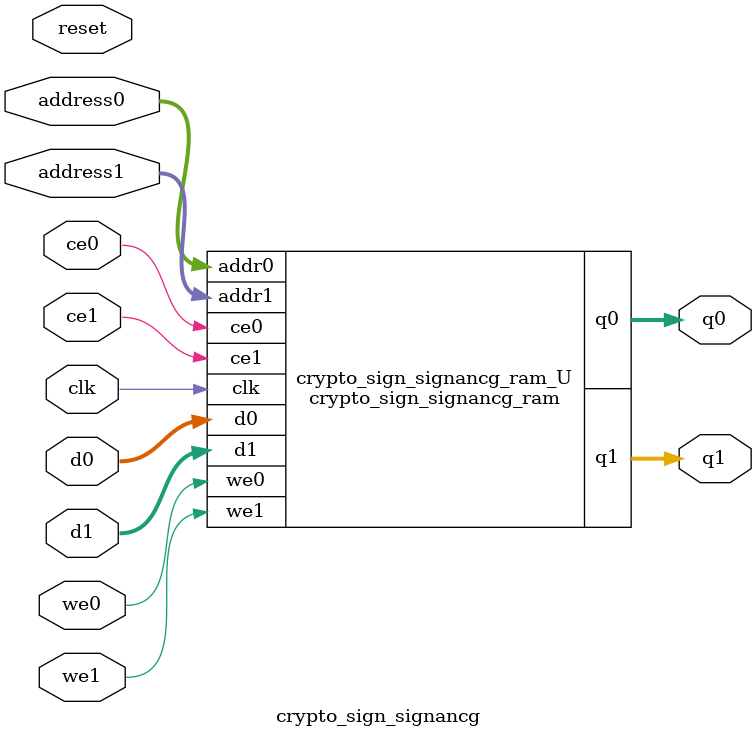
<source format=v>
`timescale 1 ns / 1 ps
module crypto_sign_signancg_ram (addr0, ce0, d0, we0, q0, addr1, ce1, d1, we1, q1,  clk);

parameter DWIDTH = 32;
parameter AWIDTH = 10;
parameter MEM_SIZE = 1024;

input[AWIDTH-1:0] addr0;
input ce0;
input[DWIDTH-1:0] d0;
input we0;
output reg[DWIDTH-1:0] q0;
input[AWIDTH-1:0] addr1;
input ce1;
input[DWIDTH-1:0] d1;
input we1;
output reg[DWIDTH-1:0] q1;
input clk;

(* ram_style = "block" *)reg [DWIDTH-1:0] ram[0:MEM_SIZE-1];




always @(posedge clk)  
begin 
    if (ce0) begin
        if (we0) 
            ram[addr0] <= d0; 
        q0 <= ram[addr0];
    end
end


always @(posedge clk)  
begin 
    if (ce1) begin
        if (we1) 
            ram[addr1] <= d1; 
        q1 <= ram[addr1];
    end
end


endmodule

`timescale 1 ns / 1 ps
module crypto_sign_signancg(
    reset,
    clk,
    address0,
    ce0,
    we0,
    d0,
    q0,
    address1,
    ce1,
    we1,
    d1,
    q1);

parameter DataWidth = 32'd32;
parameter AddressRange = 32'd1024;
parameter AddressWidth = 32'd10;
input reset;
input clk;
input[AddressWidth - 1:0] address0;
input ce0;
input we0;
input[DataWidth - 1:0] d0;
output[DataWidth - 1:0] q0;
input[AddressWidth - 1:0] address1;
input ce1;
input we1;
input[DataWidth - 1:0] d1;
output[DataWidth - 1:0] q1;



crypto_sign_signancg_ram crypto_sign_signancg_ram_U(
    .clk( clk ),
    .addr0( address0 ),
    .ce0( ce0 ),
    .we0( we0 ),
    .d0( d0 ),
    .q0( q0 ),
    .addr1( address1 ),
    .ce1( ce1 ),
    .we1( we1 ),
    .d1( d1 ),
    .q1( q1 ));

endmodule


</source>
